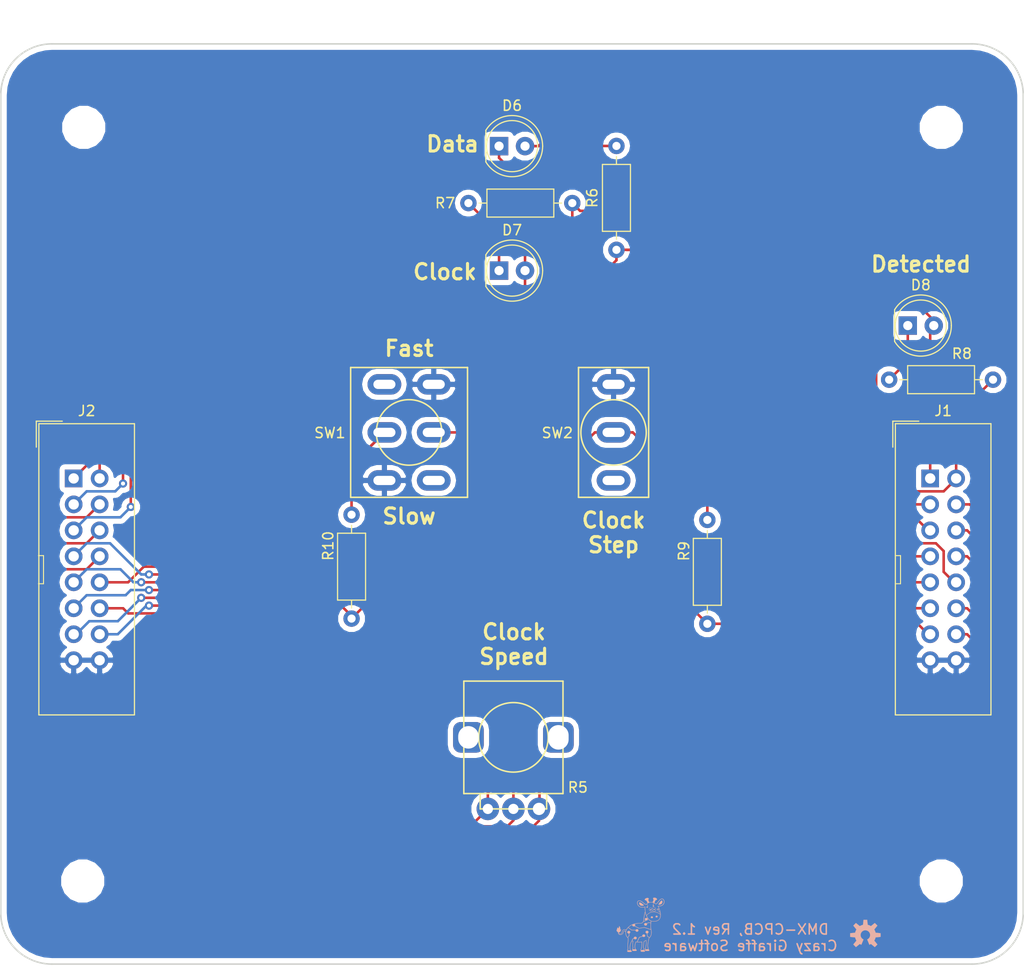
<source format=kicad_pcb>
(kicad_pcb (version 20171130) (host pcbnew "(5.0.0)")
  (title_block (title "DMX Demonstrator - Control-Pro Clock (DMX-CPCB)") (date 2022-09-06) (rev 1.2) (company "Crazy Giraffe Software") (comment 2 "Designed by: SparkyBobo") (comment 3 https://creativecommons.org/licenses/by-sa/4.0/) (comment 4 "Released under the Creative Commons Attribution Share-Alike 4.0m License"))
  (layers (0 F.Cu signal) (31 B.Cu signal) (34 B.Paste user hide) (35 F.Paste user hide) (36 B.SilkS user) (37 F.SilkS user) (38 B.Mask user hide) (39 F.Mask user hide) (44 Edge.Cuts user))
  (net 0 "")
  (net 1 GND)
  (net 2 +5V)
  (net 3 "Net-(SW2-Pad1)")
  (net 4 "Net-(D7-Pad1)")
  (net 5 "Net-(D6-Pad1)")
  (net 6 "Net-(R10-Pad2)")
  (net 7 "Net-(D8-Pad1)")
  (net 8 "Net-(R9-Pad2)")
  (net 9 "Net-(SW1-Pad1)")
  (net 10 "Net-(SW1-Pad6)")
  (net 11 /STEP)
  (net 12 /ADJ_1)
  (net 13 /ADJ_2)
  (net 14 /ADJ_3)
  (net 15 /FAST)
  (net 16 /SLOW)
  (net 17 /ACTIVE)
  (net 18 /CLOCK)
  (net 19 /DATA)
  (net 20 /DIM1)
  (net 21 /DIM2)
  (net 22 /DIM3)
  (net 23 /DIM4)
  (module Connector_IDC:IDC-Header_2x08_P2.54mm_Vertical (layer F.Cu) (at 94.234 91.192)
    (fp_text reference J2 (at 1.27 -6.604) (layer F.SilkS))
    (fp_text value INPUT)
    (pad 16 thru_hole oval (at 2.54 17.78) (size 1.7272 1.7272) (drill 1.016) (layers *.Cu *.Mask) (net 1 GND))
    (pad 15 thru_hole oval (at 0 17.78) (size 1.7272 1.7272) (drill 1.016) (layers *.Cu *.Mask) (net 1 GND))
    (pad 14 thru_hole oval (at 2.54 15.24) (size 1.7272 1.7272) (drill 1.016) (layers *.Cu *.Mask) (net 15 /FAST))
    (pad 13 thru_hole oval (at 0 15.24) (size 1.7272 1.7272) (drill 1.016) (layers *.Cu *.Mask) (net 23 /DIM4))
    (pad 12 thru_hole oval (at 2.54 12.7) (size 1.7272 1.7272) (drill 1.016) (layers *.Cu *.Mask) (net 16 /SLOW))
    (pad 11 thru_hole oval (at 0 12.7) (size 1.7272 1.7272) (drill 1.016) (layers *.Cu *.Mask) (net 22 /DIM3))
    (pad 10 thru_hole oval (at 2.54 10.16) (size 1.7272 1.7272) (drill 1.016) (layers *.Cu *.Mask) (net 11 /STEP))
    (pad 9 thru_hole oval (at 0 10.16) (size 1.7272 1.7272) (drill 1.016) (layers *.Cu *.Mask) (net 21 /DIM2))
    (pad 8 thru_hole oval (at 2.54 7.62) (size 1.7272 1.7272) (drill 1.016) (layers *.Cu *.Mask) (net 12 /ADJ_1))
    (pad 7 thru_hole oval (at 0 7.62) (size 1.7272 1.7272) (drill 1.016) (layers *.Cu *.Mask) (net 20 /DIM1))
    (pad 6 thru_hole oval (at 2.54 5.08) (size 1.7272 1.7272) (drill 1.016) (layers *.Cu *.Mask) (net 13 /ADJ_2))
    (pad 5 thru_hole oval (at 0 5.08) (size 1.7272 1.7272) (drill 1.016) (layers *.Cu *.Mask) (net 19 /DATA))
    (pad 4 thru_hole oval (at 2.54 2.54) (size 1.7272 1.7272) (drill 1.016) (layers *.Cu *.Mask) (net 14 /ADJ_3))
    (pad 3 thru_hole oval (at 0 2.54) (size 1.7272 1.7272) (drill 1.016) (layers *.Cu *.Mask) (net 18 /CLOCK))
    (pad 2 thru_hole oval (at 2.54 0) (size 1.7272 1.7272) (drill 1.016) (layers *.Cu *.Mask) (net 17 /ACTIVE))
    (pad 1 thru_hole rect (at 0 0) (size 1.7272 1.7272) (drill 1.016) (layers *.Cu *.Mask) (net 2 +5V))
  )
  (module Resistor_THT:R_Axial_DIN0207_L6.3mm_D2.5mm_P10.16mm_Horizontal (layer F.Cu) (at 156.21 105.41 90)
    (fp_text reference R9 (at 7.112 -2.286 90) (layer F.SilkS))
    (fp_text value 330)
    (pad 1 thru_hole circle (at 0 0 90) (size 1.6 1.6) (drill 0.8) (layers *.Cu *.Mask) (net 16 /SLOW))
    (pad 2 thru_hole oval (at 10.16 0 90) (size 1.6 1.6) (drill 0.8) (layers *.Cu *.Mask) (net 8 "Net-(R9-Pad2)"))
  )
  (module footprints:BOURNS_PTV09A_1 (layer F.Cu) (at 137.242 116.516)
    (fp_text reference R5 (at 6.3 4.9) (layer F.SilkS))
    (fp_text value 10k)
    (pad 1 thru_hole circle (at -2.5 7) (size 2.2 2.2) (drill 1) (layers *.Cu *.Mask) (net 12 /ADJ_1))
    (pad 2 thru_hole circle (at 0 7) (size 2.2 2.2) (drill 1) (layers *.Cu *.Mask) (net 13 /ADJ_2))
    (pad 3 thru_hole circle (at 2.5 7) (size 2.2 2.2) (drill 1.2) (layers *.Cu *.Mask) (net 14 /ADJ_3))
    (pad 4 thru_hole roundrect (at -4.4 0) (size 3 3) (drill oval 2 2.2) (layers *.Cu *.Mask))
    (pad 5 thru_hole roundrect (at 4.4 0) (size 3 3) (drill oval 2 2.4) (layers *.Cu *.Mask))
  )
  (module footprints:ESWITCH_100_DPDT_M1 (layer F.Cu) (at 127.038 86.692 180)
    (fp_text reference SW1 (at 7.75 -0.05 180) (layer F.SilkS))
    (fp_text value CLOCK_SPEED)
    (pad 1 thru_hole oval (at -2.413 -4.699 180) (size 3.302 2) (drill oval 2.159 0.9) (layers *.Cu *.Mask) (net 9 "Net-(SW1-Pad1)"))
    (pad 2 thru_hole oval (at -2.413 0 180) (size 3.302 2) (drill oval 2.159 0.9) (layers *.Cu *.Mask) (net 8 "Net-(R9-Pad2)"))
    (pad 3 thru_hole oval (at -2.413 4.699 180) (size 3.302 2) (drill oval 2.159 0.9) (layers *.Cu *.Mask) (net 1 GND))
    (pad 4 thru_hole oval (at 2.413 -4.699 180) (size 3.302 2) (drill oval 2.159 0.9) (layers *.Cu *.Mask) (net 1 GND))
    (pad 5 thru_hole oval (at 2.413 0 180) (size 3.302 2) (drill oval 2.159 0.9) (layers *.Cu *.Mask) (net 6 "Net-(R10-Pad2)"))
    (pad 6 thru_hole oval (at 2.413 4.699 180) (size 3.302 2) (drill oval 2.159 0.9) (layers *.Cu *.Mask) (net 10 "Net-(SW1-Pad6)"))
  )
  (module footprints:ESWITCH_100_SPDT_M1 (layer F.Cu) (at 147.038 86.692 180)
    (fp_text reference SW2 (at 5.5 -0.05 180) (layer F.SilkS))
    (fp_text value CLOCK_STEP)
    (pad 1 thru_hole oval (at 0 -4.699 180) (size 3.302 2) (drill oval 2.159 0.9) (layers *.Cu *.Mask) (net 3 "Net-(SW2-Pad1)"))
    (pad 2 thru_hole oval (at 0 0 180) (size 3.302 2) (drill oval 2.159 0.9) (layers *.Cu *.Mask) (net 11 /STEP))
    (pad 3 thru_hole oval (at 0 4.699 180) (size 3.302 2) (drill oval 2.159 0.9) (layers *.Cu *.Mask) (net 1 GND))
  )
  (module Connector_IDC:IDC-Header_2x08_P2.54mm_Vertical (layer F.Cu) (at 178.004 91.192)
    (fp_text reference J1 (at 1.27 -6.604) (layer F.SilkS))
    (fp_text value OUTPUT)
    (pad 1 thru_hole rect (at 0 0) (size 1.7272 1.7272) (drill 1.016) (layers *.Cu *.Mask) (net 2 +5V))
    (pad 2 thru_hole oval (at 2.54 0) (size 1.7272 1.7272) (drill 1.016) (layers *.Cu *.Mask) (net 17 /ACTIVE))
    (pad 3 thru_hole oval (at 0 2.54) (size 1.7272 1.7272) (drill 1.016) (layers *.Cu *.Mask) (net 18 /CLOCK))
    (pad 4 thru_hole oval (at 2.54 2.54) (size 1.7272 1.7272) (drill 1.016) (layers *.Cu *.Mask) (net 14 /ADJ_3))
    (pad 5 thru_hole oval (at 0 5.08) (size 1.7272 1.7272) (drill 1.016) (layers *.Cu *.Mask) (net 19 /DATA))
    (pad 6 thru_hole oval (at 2.54 5.08) (size 1.7272 1.7272) (drill 1.016) (layers *.Cu *.Mask) (net 13 /ADJ_2))
    (pad 7 thru_hole oval (at 0 7.62) (size 1.7272 1.7272) (drill 1.016) (layers *.Cu *.Mask) (net 20 /DIM1))
    (pad 8 thru_hole oval (at 2.54 7.62) (size 1.7272 1.7272) (drill 1.016) (layers *.Cu *.Mask) (net 12 /ADJ_1))
    (pad 9 thru_hole oval (at 0 10.16) (size 1.7272 1.7272) (drill 1.016) (layers *.Cu *.Mask) (net 21 /DIM2))
    (pad 10 thru_hole oval (at 2.54 10.16) (size 1.7272 1.7272) (drill 1.016) (layers *.Cu *.Mask) (net 11 /STEP))
    (pad 11 thru_hole oval (at 0 12.7) (size 1.7272 1.7272) (drill 1.016) (layers *.Cu *.Mask) (net 22 /DIM3))
    (pad 12 thru_hole oval (at 2.54 12.7) (size 1.7272 1.7272) (drill 1.016) (layers *.Cu *.Mask) (net 16 /SLOW))
    (pad 13 thru_hole oval (at 0 15.24) (size 1.7272 1.7272) (drill 1.016) (layers *.Cu *.Mask) (net 23 /DIM4))
    (pad 14 thru_hole oval (at 2.54 15.24) (size 1.7272 1.7272) (drill 1.016) (layers *.Cu *.Mask) (net 15 /FAST))
    (pad 15 thru_hole oval (at 0 17.78) (size 1.7272 1.7272) (drill 1.016) (layers *.Cu *.Mask) (net 1 GND))
    (pad 16 thru_hole oval (at 2.54 17.78) (size 1.7272 1.7272) (drill 1.016) (layers *.Cu *.Mask) (net 1 GND))
  )
  (module LED_THT:LED_D5.0mm (layer F.Cu) (at 175.814 76.242)
    (fp_text reference D8 (at 1.27 -3.96) (layer F.SilkS))
    (fp_text value ACTIVE)
    (pad 2 thru_hole circle (at 2.54 0) (size 1.8 1.8) (drill 0.9) (layers *.Cu *.Mask) (net 2 +5V))
    (pad 1 thru_hole rect (at 0 0) (size 1.8 1.8) (drill 0.9) (layers *.Cu *.Mask) (net 7 "Net-(D8-Pad1)"))
  )
  (module Resistor_THT:R_Axial_DIN0207_L6.3mm_D2.5mm_P10.16mm_Horizontal (layer F.Cu) (at 184.15 81.534 180)
    (fp_text reference R8 (at 3.048 2.54 180) (layer F.SilkS))
    (fp_text value 330)
    (pad 2 thru_hole oval (at 10.16 0 180) (size 1.6 1.6) (drill 0.8) (layers *.Cu *.Mask) (net 7 "Net-(D8-Pad1)"))
    (pad 1 thru_hole circle (at 0 0 180) (size 1.6 1.6) (drill 0.8) (layers *.Cu *.Mask) (net 17 /ACTIVE))
  )
  (module Resistor_THT:R_Axial_DIN0207_L6.3mm_D2.5mm_P10.16mm_Horizontal (layer F.Cu) (at 143.002 64.262 180)
    (fp_text reference R7 (at 12.446 0 180) (layer F.SilkS))
    (fp_text value 330)
    (pad 1 thru_hole circle (at 0 0 180) (size 1.6 1.6) (drill 0.8) (layers *.Cu *.Mask) (net 18 /CLOCK))
    (pad 2 thru_hole oval (at 10.16 0 180) (size 1.6 1.6) (drill 0.8) (layers *.Cu *.Mask) (net 4 "Net-(D7-Pad1)"))
  )
  (module Resistor_THT:R_Axial_DIN0207_L6.3mm_D2.5mm_P10.16mm_Horizontal (layer F.Cu) (at 147.32 68.834 90)
    (fp_text reference R6 (at 5.08 -2.37 90) (layer F.SilkS))
    (fp_text value 330)
    (pad 2 thru_hole oval (at 10.16 0 90) (size 1.6 1.6) (drill 0.8) (layers *.Cu *.Mask) (net 5 "Net-(D6-Pad1)"))
    (pad 1 thru_hole circle (at 0 0 90) (size 1.6 1.6) (drill 0.8) (layers *.Cu *.Mask) (net 19 /DATA))
  )
  (module Resistor_THT:R_Axial_DIN0207_L6.3mm_D2.5mm_P10.16mm_Horizontal (layer F.Cu) (at 121.412 104.902 90)
    (fp_text reference R10 (at 7.112 -2.286 90) (layer F.SilkS))
    (fp_text value 330)
    (pad 1 thru_hole circle (at 0 0 90) (size 1.6 1.6) (drill 0.8) (layers *.Cu *.Mask) (net 15 /FAST))
    (pad 2 thru_hole oval (at 10.16 0 90) (size 1.6 1.6) (drill 0.8) (layers *.Cu *.Mask) (net 6 "Net-(R10-Pad2)"))
  )
  (module LED_THT:LED_D5.0mm (layer F.Cu) (at 135.838 58.692)
    (fp_text reference D6 (at 1.27 -3.96) (layer F.SilkS))
    (fp_text value DATA)
    (pad 1 thru_hole rect (at 0 0) (size 1.8 1.8) (drill 0.9) (layers *.Cu *.Mask) (net 5 "Net-(D6-Pad1)"))
    (pad 2 thru_hole circle (at 2.54 0) (size 1.8 1.8) (drill 0.9) (layers *.Cu *.Mask) (net 2 +5V))
  )
  (module LED_THT:LED_D5.0mm (layer F.Cu) (at 135.838 70.866)
    (fp_text reference D7 (at 1.27 -3.96) (layer F.SilkS))
    (fp_text value CLOCK)
    (pad 2 thru_hole circle (at 2.54 0) (size 1.8 1.8) (drill 0.9) (layers *.Cu *.Mask) (net 2 +5V))
    (pad 1 thru_hole rect (at 0 0) (size 1.8 1.8) (drill 0.9) (layers *.Cu *.Mask) (net 4 "Net-(D7-Pad1)"))
  )
  (module MountingHole:MountingHole_3.2mm_M3 (layer F.Cu) (at 179.088 130.566)
    (fp_text reference MH4 hide)
    (fp_text value MountingHole)
    (pad 1 np_thru_hole circle (at 0 0) (size 3.2 3.2) (drill 3.2) (layers *.Cu *.Mask))
  )
  (module MountingHole:MountingHole_3.2mm_M3 (layer F.Cu) (at 179.088 56.856)
    (fp_text reference MH3 hide)
    (fp_text value MountingHole)
    (pad 1 np_thru_hole circle (at 0 0) (size 3.2 3.2) (drill 3.2) (layers *.Cu *.Mask))
  )
  (module MountingHole:MountingHole_3.2mm_M3 (layer F.Cu) (at 95.118 130.566)
    (fp_text reference MH2 hide)
    (fp_text value MountingHole)
    (pad "" np_thru_hole circle (at 0 0) (size 3.2 3.2) (drill 3.2) (layers *.Cu *.Mask))
  )
  (module MountingHole:MountingHole_3.2mm_M3 (layer F.Cu) (at 95.218 56.856)
    (fp_text reference MH1 hide)
    (fp_text value MountingHole)
    (pad "" np_thru_hole circle (at 0 0) (size 3.2 3.2) (drill 3.2) (layers *.Cu *.Mask))
  )
  (module Aesthetics:OSHW-LOGO-S (layer B.Cu) (at 171.664 135.852 180)
    (fp_text reference "" (at 0 0 180) (layer B.SilkS) (effects (font (size 1.524 1.524)) (justify mirror)))
    (fp_text value "" (at 0 0 180) (layer B.SilkS) (effects (font (size 1.524 1.524)) (justify mirror)))
  )
  (module footprints:logo_cr_5x5 (layer B.Cu) (at 149.664 134.852 180)
    (fp_text reference G*** hide)
    (fp_text value LOGO hide)
  )
  (gr_line (start 90.784 98.742) (end 91.284 98.742) (layer F.SilkS) (width 0.1))
  (gr_line (start 91.284 101.492) (end 90.784 101.492) (layer F.SilkS) (width 0.1))
  (gr_line (start 91.284 98.742) (end 91.284 101.492) (layer F.SilkS) (width 0.1))
  (gr_line (start 187.104 133.692) (end 187.104 53.692) (layer Edge.Cuts) (width 0.1524))
  (gr_line (start 92.104 138.692) (end 182.104 138.692) (layer Edge.Cuts) (width 0.1524))
  (gr_line (start 87.104 53.692) (end 87.104 133.692) (layer Edge.Cuts) (width 0.1524))
  (gr_line (start 182.104 48.692) (end 92.104 48.692) (layer Edge.Cuts) (width 0.1524))
  (gr_arc (start 92.104 133.692) (end 87.104 133.692) (angle -90) (layer Edge.Cuts) (width 0.1524))
  (gr_arc (start 92.104 53.692) (end 92.104 48.692) (angle -90) (layer Edge.Cuts) (width 0.1524))
  (gr_arc (start 182.104 53.692) (end 187.104 53.692) (angle -90) (layer Edge.Cuts) (width 0.1524))
  (gr_arc (start 182.104 133.692) (end 182.104 138.692) (angle -90) (layer Edge.Cuts) (width 0.1524))
  (gr_text Detected (at 177.104 70.242) (layer F.SilkS) (effects (font (size 1.5 1.5) (thickness 0.3))))
  (gr_text Data (at 131.288 58.492) (layer F.SilkS) (effects (font (size 1.5 1.5) (thickness 0.3))))
  (gr_text Clock (at 130.538 70.992) (layer F.SilkS) (effects (font (size 1.5 1.5) (thickness 0.3))))
  (gr_text "Clock\nSpeed" (at 137.292 107.416) (layer F.SilkS) (effects (font (size 1.5 1.5) (thickness 0.3))))
  (gr_line (start 175.104 101.492) (end 174.604 101.492) (layer F.SilkS) (width 0.1))
  (gr_line (start 175.104 98.742) (end 175.104 101.492) (layer F.SilkS) (width 0.1))
  (gr_line (start 174.604 98.742) (end 175.104 98.742) (layer F.SilkS) (width 0.1))
  (gr_text "DMX-CPCB, Rev 1.2\nCrazy Giraffe Software" (at 160.414 136.102) (layer B.SilkS) (effects (font (size 1 1)) (justify mirror)))
  (gr_text Fast (at 127.038 78.486) (layer F.SilkS) (effects (font (size 1.5 1.5) (thickness 0.3))))
  (gr_text Slow (at 127.038 94.892) (layer F.SilkS) (effects (font (size 1.5 1.5) (thickness 0.3))))
  (gr_text "Clock\nStep" (at 147.038 96.492) (layer F.SilkS) (effects (font (size 1.5 1.5) (thickness 0.3))))
  (segment (start 177.604 90.792) (end 178.004 91.192) (width 0.25) (layer F.Cu) (net 2))
  (segment (start 138.378 58.692) (end 138.438 58.632) (width 0.25) (layer F.Cu) (net 2))
  (segment (start 178.004 76.592) (end 178.354 76.242) (width 0.25) (layer F.Cu) (net 2))
  (segment (start 178.004 91.192) (end 178.004 76.592) (width 0.25) (layer F.Cu) (net 2))
  (segment (start 138.378 72.696) (end 138.378 70.866) (width 0.25) (layer F.Cu) (net 2))
  (segment (start 94.234 91.186) (end 100.076 85.344) (width 0.25) (layer F.Cu) (net 2))
  (segment (start 94.234 91.192) (end 94.234 91.186) (width 0.25) (layer F.Cu) (net 2))
  (segment (start 100.076 85.344) (end 100.076 76.2) (width 0.25) (layer F.Cu) (net 2))
  (segment (start 100.076 76.2) (end 101.854 74.422) (width 0.25) (layer F.Cu) (net 2))
  (segment (start 101.854 74.422) (end 136.652 74.422) (width 0.25) (layer F.Cu) (net 2))
  (segment (start 136.652 74.422) (end 138.378 72.696) (width 0.25) (layer F.Cu) (net 2))
  (segment (start 138.378 70.866) (end 138.378 65.988) (width 0.25) (layer F.Cu) (net 2))
  (segment (start 178.354 75.738) (end 178.354 76.242) (width 0.25) (layer F.Cu) (net 2))
  (segment (start 138.378 63.552) (end 141.224 60.706) (width 0.25) (layer F.Cu) (net 2))
  (segment (start 138.378 65.988) (end 138.378 63.552) (width 0.25) (layer F.Cu) (net 2))
  (segment (start 159.766 60.706) (end 172.974 73.914) (width 0.25) (layer F.Cu) (net 2))
  (segment (start 141.224 60.706) (end 159.766 60.706) (width 0.25) (layer F.Cu) (net 2))
  (segment (start 172.974 73.914) (end 176.53 73.914) (width 0.25) (layer F.Cu) (net 2))
  (segment (start 176.53 73.914) (end 178.354 75.738) (width 0.25) (layer F.Cu) (net 2))
  (segment (start 138.378 58.692) (end 139.682 58.692) (width 0.25) (layer F.Cu) (net 2))
  (segment (start 139.682 58.692) (end 141.224 57.15) (width 0.25) (layer F.Cu) (net 2))
  (segment (start 156.21 57.15) (end 159.766 60.706) (width 0.25) (layer F.Cu) (net 2))
  (segment (start 141.224 57.15) (end 156.21 57.15) (width 0.25) (layer F.Cu) (net 2))
  (segment (start 135.838 67.258) (end 132.842 64.262) (width 0.25) (layer F.Cu) (net 4))
  (segment (start 135.838 70.866) (end 135.838 67.258) (width 0.25) (layer F.Cu) (net 4))
  (segment (start 135.838 59.842) (end 135.838 58.692) (width 0.25) (layer F.Cu) (net 5))
  (segment (start 136.448 60.452) (end 135.838 59.842) (width 0.25) (layer F.Cu) (net 5))
  (segment (start 140.208 60.452) (end 136.448 60.452) (width 0.25) (layer F.Cu) (net 5))
  (segment (start 147.32 58.674) (end 141.986 58.674) (width 0.25) (layer F.Cu) (net 5))
  (segment (start 141.986 58.674) (end 140.208 60.452) (width 0.25) (layer F.Cu) (net 5))
  (segment (start 121.438 89.879) (end 124.625 86.692) (width 0.25) (layer F.Cu) (net 6))
  (segment (start 121.412 89.905) (end 124.625 86.692) (width 0.25) (layer F.Cu) (net 6))
  (segment (start 121.412 94.742) (end 121.412 89.905) (width 0.25) (layer F.Cu) (net 6))
  (segment (start 175.814 79.71) (end 173.99 81.534) (width 0.25) (layer F.Cu) (net 7))
  (segment (start 175.814 76.242) (end 175.814 79.71) (width 0.25) (layer F.Cu) (net 7))
  (segment (start 156.21 95.25) (end 156.21 82.042) (width 0.25) (layer F.Cu) (net 8))
  (segment (start 156.21 82.042) (end 153.924 79.756) (width 0.25) (layer F.Cu) (net 8))
  (segment (start 153.924 79.756) (end 139.446 79.756) (width 0.25) (layer F.Cu) (net 8))
  (segment (start 132.51 86.692) (end 129.451 86.692) (width 0.25) (layer F.Cu) (net 8))
  (segment (start 139.446 79.756) (end 132.51 86.692) (width 0.25) (layer F.Cu) (net 8))
  (segment (start 148.922 86.692) (end 147.038 86.692) (width 0.25) (layer F.Cu) (net 11))
  (segment (start 151.13 88.9) (end 148.922 86.692) (width 0.25) (layer F.Cu) (net 11))
  (segment (start 151.13 93.726) (end 151.13 88.9) (width 0.25) (layer F.Cu) (net 11))
  (segment (start 179.324 100.33) (end 179.324 98.298) (width 0.25) (layer F.Cu) (net 11))
  (segment (start 179.324 98.298) (end 178.562 97.536) (width 0.25) (layer F.Cu) (net 11))
  (segment (start 180.544 101.352) (end 180.346 101.352) (width 0.25) (layer F.Cu) (net 11))
  (segment (start 178.562 97.536) (end 154.94 97.536) (width 0.25) (layer F.Cu) (net 11))
  (segment (start 180.346 101.352) (end 179.324 100.33) (width 0.25) (layer F.Cu) (net 11))
  (segment (start 154.94 97.536) (end 151.13 93.726) (width 0.25) (layer F.Cu) (net 11))
  (segment (start 145.21 86.692) (end 147.038 86.692) (width 0.25) (layer F.Cu) (net 11))
  (segment (start 99.562 101.352) (end 101.092 99.822) (width 0.25) (layer F.Cu) (net 11))
  (segment (start 96.774 101.352) (end 99.562 101.352) (width 0.25) (layer F.Cu) (net 11))
  (segment (start 101.092 99.822) (end 136.906 99.822) (width 0.25) (layer F.Cu) (net 11))
  (segment (start 136.906 99.822) (end 143.002 93.726) (width 0.25) (layer F.Cu) (net 11))
  (segment (start 143.002 93.726) (end 143.002 88.9) (width 0.25) (layer F.Cu) (net 11))
  (segment (start 143.002 88.9) (end 145.21 86.692) (width 0.25) (layer F.Cu) (net 11))
  (segment (start 134.742 121.960366) (end 134.742 123.516) (width 0.25) (layer F.Cu) (net 12))
  (segment (start 136.536366 120.166) (end 134.742 121.960366) (width 0.25) (layer F.Cu) (net 12))
  (segment (start 136.536366 115.431634) (end 136.536366 120.166) (width 0.25) (layer F.Cu) (net 12))
  (segment (start 181.616 98.812) (end 183.134 100.33) (width 0.25) (layer F.Cu) (net 12))
  (segment (start 180.544 98.812) (end 181.616 98.812) (width 0.25) (layer F.Cu) (net 12))
  (segment (start 183.134 100.33) (end 183.134 110.49) (width 0.25) (layer F.Cu) (net 12))
  (segment (start 183.134 110.49) (end 182.118 111.506) (width 0.25) (layer F.Cu) (net 12))
  (segment (start 182.118 111.506) (end 140.462 111.506) (width 0.25) (layer F.Cu) (net 12))
  (segment (start 140.462 111.506) (end 136.536366 115.431634) (width 0.25) (layer F.Cu) (net 12))
  (segment (start 131.572 124.714) (end 133.544 124.714) (width 0.25) (layer F.Cu) (net 12))
  (segment (start 93.726 112.776) (end 119.634 112.776) (width 0.25) (layer F.Cu) (net 12))
  (segment (start 96.768 98.812) (end 95.504 100.076) (width 0.25) (layer F.Cu) (net 12))
  (segment (start 96.774 98.812) (end 96.768 98.812) (width 0.25) (layer F.Cu) (net 12))
  (segment (start 133.544 124.714) (end 134.742 123.516) (width 0.25) (layer F.Cu) (net 12))
  (segment (start 95.504 100.076) (end 93.218 100.076) (width 0.25) (layer F.Cu) (net 12))
  (segment (start 93.218 100.076) (end 92.202 101.092) (width 0.25) (layer F.Cu) (net 12))
  (segment (start 119.634 112.776) (end 131.572 124.714) (width 0.25) (layer F.Cu) (net 12))
  (segment (start 92.202 101.092) (end 92.202 111.252) (width 0.25) (layer F.Cu) (net 12))
  (segment (start 92.202 111.252) (end 93.726 112.776) (width 0.25) (layer F.Cu) (net 12))
  (segment (start 181.616 96.272) (end 182.118 96.774) (width 0.25) (layer F.Cu) (net 13))
  (segment (start 180.544 96.272) (end 181.616 96.272) (width 0.25) (layer F.Cu) (net 13))
  (segment (start 182.118 96.774) (end 181.83 96.486) (width 0.25) (layer F.Cu) (net 13))
  (segment (start 137.242 123.516) (end 137.242 115.742) (width 0.25) (layer F.Cu) (net 13))
  (segment (start 140.97 112.014) (end 138.938 114.046) (width 0.25) (layer F.Cu) (net 13))
  (segment (start 138.938 114.046) (end 139.226 113.758) (width 0.25) (layer F.Cu) (net 13))
  (segment (start 183.642 98.298) (end 183.642 110.744) (width 0.25) (layer F.Cu) (net 13))
  (segment (start 182.118 96.774) (end 183.642 98.298) (width 0.25) (layer F.Cu) (net 13))
  (segment (start 183.642 110.744) (end 182.372 112.014) (width 0.25) (layer F.Cu) (net 13))
  (segment (start 137.242 115.742) (end 138.938 114.046) (width 0.25) (layer F.Cu) (net 13))
  (segment (start 182.372 112.014) (end 140.97 112.014) (width 0.25) (layer F.Cu) (net 13))
  (segment (start 137.242 124.632) (end 137.242 123.516) (width 0.25) (layer F.Cu) (net 13))
  (segment (start 131.318 125.222) (end 136.652 125.222) (width 0.25) (layer F.Cu) (net 13))
  (segment (start 119.38 113.284) (end 131.318 125.222) (width 0.25) (layer F.Cu) (net 13))
  (segment (start 93.218 113.284) (end 119.38 113.284) (width 0.25) (layer F.Cu) (net 13))
  (segment (start 96.768 96.272) (end 95.504 97.536) (width 0.25) (layer F.Cu) (net 13))
  (segment (start 96.774 96.272) (end 96.768 96.272) (width 0.25) (layer F.Cu) (net 13))
  (segment (start 95.504 97.536) (end 93.218 97.536) (width 0.25) (layer F.Cu) (net 13))
  (segment (start 93.218 97.536) (end 91.694 99.06) (width 0.25) (layer F.Cu) (net 13))
  (segment (start 136.652 125.222) (end 137.242 124.632) (width 0.25) (layer F.Cu) (net 13))
  (segment (start 91.694 99.06) (end 91.694 111.76) (width 0.25) (layer F.Cu) (net 13))
  (segment (start 91.694 111.76) (end 93.218 113.284) (width 0.25) (layer F.Cu) (net 13))
  (segment (start 180.584 93.692) (end 180.544 93.732) (width 0.25) (layer F.Cu) (net 14))
  (segment (start 139.792 123.466) (end 139.742 123.516) (width 0.25) (layer F.Cu) (net 14))
  (segment (start 139.792 121.916) (end 139.792 123.466) (width 0.25) (layer F.Cu) (net 14))
  (segment (start 138.042 120.166) (end 139.792 121.916) (width 0.25) (layer F.Cu) (net 14))
  (segment (start 138.042 115.704) (end 138.042 120.166) (width 0.25) (layer F.Cu) (net 14))
  (segment (start 141.224 112.522) (end 139.446 114.3) (width 0.25) (layer F.Cu) (net 14))
  (segment (start 139.446 114.3) (end 138.042 115.704) (width 0.25) (layer F.Cu) (net 14))
  (segment (start 139.714 114.032) (end 139.446 114.3) (width 0.25) (layer F.Cu) (net 14))
  (segment (start 182.626 112.522) (end 141.224 112.522) (width 0.25) (layer F.Cu) (net 14))
  (segment (start 180.544 93.732) (end 181.87 93.732) (width 0.25) (layer F.Cu) (net 14))
  (segment (start 181.87 93.732) (end 184.15 96.012) (width 0.25) (layer F.Cu) (net 14))
  (segment (start 184.15 96.012) (end 184.15 110.998) (width 0.25) (layer F.Cu) (net 14))
  (segment (start 184.15 110.998) (end 182.626 112.522) (width 0.25) (layer F.Cu) (net 14))
  (segment (start 138.684 125.73) (end 139.742 124.672) (width 0.25) (layer F.Cu) (net 14))
  (segment (start 131.064 125.73) (end 138.684 125.73) (width 0.25) (layer F.Cu) (net 14))
  (segment (start 119.126 113.792) (end 131.064 125.73) (width 0.25) (layer F.Cu) (net 14))
  (segment (start 92.71 113.792) (end 119.126 113.792) (width 0.25) (layer F.Cu) (net 14))
  (segment (start 96.768 93.732) (end 95.504 94.996) (width 0.25) (layer F.Cu) (net 14))
  (segment (start 139.742 124.672) (end 139.742 123.516) (width 0.25) (layer F.Cu) (net 14))
  (segment (start 96.774 93.732) (end 96.768 93.732) (width 0.25) (layer F.Cu) (net 14))
  (segment (start 93.218 94.996) (end 91.186 97.028) (width 0.25) (layer F.Cu) (net 14))
  (segment (start 95.504 94.996) (end 93.218 94.996) (width 0.25) (layer F.Cu) (net 14))
  (segment (start 91.186 97.028) (end 91.186 112.268) (width 0.25) (layer F.Cu) (net 14))
  (segment (start 91.186 112.268) (end 92.71 113.792) (width 0.25) (layer F.Cu) (net 14))
  (segment (start 122.682 103.632) (end 121.412 104.902) (width 0.25) (layer F.Cu) (net 15))
  (segment (start 180.544 106.432) (end 181.616 106.432) (width 0.25) (layer F.Cu) (net 15))
  (segment (start 182.118 109.982) (end 181.61 110.49) (width 0.25) (layer F.Cu) (net 15))
  (segment (start 170.434 103.632) (end 122.682 103.632) (width 0.25) (layer F.Cu) (net 15))
  (segment (start 182.118 106.934) (end 182.118 109.982) (width 0.25) (layer F.Cu) (net 15))
  (segment (start 181.61 110.49) (end 177.292 110.49) (width 0.25) (layer F.Cu) (net 15))
  (segment (start 181.616 106.432) (end 182.118 106.934) (width 0.25) (layer F.Cu) (net 15))
  (segment (start 177.292 110.49) (end 170.434 103.632) (width 0.25) (layer F.Cu) (net 15))
  (segment (start 121.412 104.902) (end 121.412 104.648) (width 0.25) (layer F.Cu) (net 15))
  (segment (start 121.412 104.648) (end 120.396 103.632) (width 0.25) (layer F.Cu) (net 15))
  (segment (start 120.396 103.632) (end 102.616 103.632) (width 0.25) (layer F.Cu) (net 15))
  (segment (start 102.616 103.632) (end 101.6 103.632) (width 0.25) (layer F.Cu) (net 15))
  (via (at 101.6 103.632) (size 0.8) (drill 0.4) (layers F.Cu B.Cu) (net 15))
  (segment (start 98.546 106.432) (end 96.774 106.432) (width 0.25) (layer B.Cu) (net 15))
  (segment (start 101.6 103.632) (end 101.346 103.632) (width 0.25) (layer B.Cu) (net 15))
  (segment (start 101.346 103.632) (end 98.546 106.432) (width 0.25) (layer B.Cu) (net 15))
  (segment (start 182.626 110.236) (end 181.864 110.998) (width 0.25) (layer F.Cu) (net 16))
  (segment (start 182.626 104.902) (end 182.626 110.236) (width 0.25) (layer F.Cu) (net 16))
  (segment (start 180.544 103.892) (end 181.616 103.892) (width 0.25) (layer F.Cu) (net 16))
  (segment (start 181.616 103.892) (end 182.626 104.902) (width 0.25) (layer F.Cu) (net 16))
  (segment (start 171.196 105.41) (end 176.784 110.998) (width 0.25) (layer F.Cu) (net 16))
  (segment (start 156.21 105.41) (end 171.196 105.41) (width 0.25) (layer F.Cu) (net 16))
  (segment (start 181.864 110.998) (end 176.784 110.998) (width 0.25) (layer F.Cu) (net 16))
  (segment (start 155.194 104.394) (end 156.21 105.41) (width 0.25) (layer F.Cu) (net 16))
  (segment (start 124.206 104.394) (end 155.194 104.394) (width 0.25) (layer F.Cu) (net 16))
  (segment (start 99.066 103.892) (end 99.568 104.394) (width 0.25) (layer F.Cu) (net 16))
  (segment (start 96.774 103.892) (end 99.066 103.892) (width 0.25) (layer F.Cu) (net 16))
  (segment (start 118.618 104.394) (end 120.65 106.426) (width 0.25) (layer F.Cu) (net 16))
  (segment (start 120.65 106.426) (end 122.174 106.426) (width 0.25) (layer F.Cu) (net 16))
  (segment (start 99.568 104.394) (end 118.618 104.394) (width 0.25) (layer F.Cu) (net 16))
  (segment (start 122.174 106.426) (end 124.206 104.394) (width 0.25) (layer F.Cu) (net 16))
  (segment (start 180.544 85.14) (end 184.15 81.534) (width 0.25) (layer F.Cu) (net 17))
  (segment (start 180.544 91.192) (end 180.544 85.14) (width 0.25) (layer F.Cu) (net 17))
  (segment (start 102.108 74.93) (end 103.378 74.93) (width 0.25) (layer F.Cu) (net 17))
  (segment (start 100.584 76.454) (end 102.108 74.93) (width 0.25) (layer F.Cu) (net 17))
  (segment (start 100.584 85.598) (end 100.584 76.454) (width 0.25) (layer F.Cu) (net 17))
  (segment (start 96.774 91.192) (end 96.774 89.408) (width 0.25) (layer F.Cu) (net 17))
  (segment (start 96.774 89.408) (end 100.584 85.598) (width 0.25) (layer F.Cu) (net 17))
  (segment (start 138.176 74.93) (end 103.38761 74.93) (width 0.25) (layer F.Cu) (net 17))
  (segment (start 140.462 62.992) (end 140.462 72.644) (width 0.25) (layer F.Cu) (net 17))
  (segment (start 141.224 62.23) (end 140.462 62.992) (width 0.25) (layer F.Cu) (net 17))
  (segment (start 160.528 62.23) (end 141.224 62.23) (width 0.25) (layer F.Cu) (net 17))
  (segment (start 180.544 91.236) (end 179.324 92.456) (width 0.25) (layer F.Cu) (net 17))
  (segment (start 180.544 91.192) (end 180.544 91.236) (width 0.25) (layer F.Cu) (net 17))
  (segment (start 140.462 72.644) (end 138.176 74.93) (width 0.25) (layer F.Cu) (net 17))
  (segment (start 179.324 92.456) (end 175.514 92.456) (width 0.25) (layer F.Cu) (net 17))
  (segment (start 175.514 92.456) (end 172.72 89.662) (width 0.25) (layer F.Cu) (net 17))
  (segment (start 172.72 89.662) (end 172.72 74.422) (width 0.25) (layer F.Cu) (net 17))
  (segment (start 172.72 74.422) (end 160.528 62.23) (width 0.25) (layer F.Cu) (net 17))
  (segment (start 98.298 92.456) (end 99.06 91.694) (width 0.25) (layer B.Cu) (net 18))
  (segment (start 95.504 92.456) (end 98.298 92.456) (width 0.25) (layer B.Cu) (net 18))
  (segment (start 94.234 93.732) (end 94.234 93.726) (width 0.25) (layer B.Cu) (net 18))
  (segment (start 94.234 93.726) (end 95.504 92.456) (width 0.25) (layer B.Cu) (net 18))
  (segment (start 99.06 87.884) (end 99.06 90.17) (width 0.25) (layer F.Cu) (net 18))
  (segment (start 143.002 73.152) (end 140.716 75.438) (width 0.25) (layer F.Cu) (net 18))
  (segment (start 143.002 64.262) (end 143.002 73.152) (width 0.25) (layer F.Cu) (net 18))
  (segment (start 140.716 75.438) (end 102.362 75.438) (width 0.25) (layer F.Cu) (net 18))
  (segment (start 102.362 75.438) (end 101.092 76.708) (width 0.25) (layer F.Cu) (net 18))
  (segment (start 101.092 76.708) (end 101.092 85.852) (width 0.25) (layer F.Cu) (net 18))
  (segment (start 101.092 85.852) (end 99.06 87.884) (width 0.25) (layer F.Cu) (net 18))
  (segment (start 99.06 91.694) (end 99.06 91.694) (width 0.25) (layer B.Cu) (net 18))
  (via (at 99.06 91.694) (size 0.8) (drill 0.4) (layers F.Cu B.Cu) (net 18))
  (segment (start 99.06 90.17) (end 99.06 91.694) (width 0.25) (layer F.Cu) (net 18))
  (segment (start 176.028 93.732) (end 178.004 93.732) (width 0.25) (layer F.Cu) (net 18))
  (segment (start 172.212 89.916) (end 176.028 93.732) (width 0.25) (layer F.Cu) (net 18))
  (segment (start 172.212 74.676) (end 172.212 89.916) (width 0.25) (layer F.Cu) (net 18))
  (segment (start 162.56 65.024) (end 172.212 74.676) (width 0.25) (layer F.Cu) (net 18))
  (segment (start 143.002 64.262) (end 143.764 65.024) (width 0.25) (layer F.Cu) (net 18))
  (segment (start 143.764 65.024) (end 162.56 65.024) (width 0.25) (layer F.Cu) (net 18))
  (segment (start 148.59 68.834) (end 148.336 68.834) (width 0.25) (layer F.Cu) (net 19))
  (segment (start 148.336 68.834) (end 147.32 68.834) (width 0.25) (layer F.Cu) (net 19))
  (segment (start 98.806 94.996) (end 99.822 93.98) (width 0.25) (layer B.Cu) (net 19))
  (segment (start 95.504 94.996) (end 98.806 94.996) (width 0.25) (layer B.Cu) (net 19))
  (segment (start 94.234 96.272) (end 94.234 96.266) (width 0.25) (layer B.Cu) (net 19))
  (segment (start 94.234 96.266) (end 95.504 94.996) (width 0.25) (layer B.Cu) (net 19))
  (segment (start 99.822 93.98) (end 99.822 93.98) (width 0.25) (layer F.Cu) (net 19))
  (via (at 99.822 93.98) (size 0.8) (drill 0.4) (layers F.Cu B.Cu) (net 19))
  (segment (start 99.822 87.884) (end 99.822 93.98) (width 0.25) (layer F.Cu) (net 19))
  (segment (start 147.32 69.85) (end 141.224 75.946) (width 0.25) (layer F.Cu) (net 19))
  (segment (start 147.32 68.834) (end 147.32 69.85) (width 0.25) (layer F.Cu) (net 19))
  (segment (start 141.224 75.946) (end 102.616 75.946) (width 0.25) (layer F.Cu) (net 19))
  (segment (start 102.616 75.946) (end 101.6 76.962) (width 0.25) (layer F.Cu) (net 19))
  (segment (start 101.6 76.962) (end 101.6 86.106) (width 0.25) (layer F.Cu) (net 19))
  (segment (start 101.6 86.106) (end 99.822 87.884) (width 0.25) (layer F.Cu) (net 19))
  (segment (start 165.608 68.834) (end 148.336 68.834) (width 0.25) (layer F.Cu) (net 19))
  (segment (start 171.704 74.93) (end 165.608 68.834) (width 0.25) (layer F.Cu) (net 19))
  (segment (start 171.704 90.17) (end 171.704 74.93) (width 0.25) (layer F.Cu) (net 19))
  (segment (start 178.004 96.292) (end 177.826 96.292) (width 0.25) (layer F.Cu) (net 19))
  (segment (start 177.826 96.292) (end 171.704 90.17) (width 0.25) (layer F.Cu) (net 19))
  (segment (start 95.504 97.536) (end 94.234 98.806) (width 0.25) (layer B.Cu) (net 20))
  (segment (start 94.234 98.806) (end 94.234 98.812) (width 0.25) (layer B.Cu) (net 20))
  (segment (start 97.79 97.536) (end 95.504 97.536) (width 0.25) (layer B.Cu) (net 20))
  (segment (start 100.838 100.584) (end 101.346 100.584) (width 0.25) (layer B.Cu) (net 20))
  (segment (start 100.838 100.584) (end 97.79 97.536) (width 0.25) (layer B.Cu) (net 20))
  (via (at 101.6 100.584) (size 0.8) (drill 0.4) (layers F.Cu B.Cu) (net 20))
  (segment (start 101.346 100.584) (end 101.6 100.584) (width 0.25) (layer B.Cu) (net 20))
  (segment (start 102.87 100.584) (end 101.6 100.584) (width 0.25) (layer F.Cu) (net 20))
  (segment (start 174.498 100.584) (end 102.87 100.584) (width 0.25) (layer F.Cu) (net 20))
  (segment (start 176.27 98.812) (end 174.498 100.584) (width 0.25) (layer F.Cu) (net 20))
  (segment (start 178.004 98.812) (end 176.27 98.812) (width 0.25) (layer F.Cu) (net 20))
  (segment (start 177.998 101.346) (end 178.004 101.352) (width 0.25) (layer F.Cu) (net 21))
  (segment (start 94.234 101.346) (end 94.234 101.352) (width 0.25) (layer B.Cu) (net 21))
  (segment (start 95.504 100.076) (end 94.234 101.346) (width 0.25) (layer B.Cu) (net 21))
  (segment (start 98.806 100.076) (end 95.504 100.076) (width 0.25) (layer B.Cu) (net 21))
  (segment (start 100.076 101.346) (end 98.806 100.076) (width 0.25) (layer B.Cu) (net 21))
  (segment (start 100.076 101.346) (end 100.838 101.346) (width 0.25) (layer B.Cu) (net 21))
  (via (at 100.838 101.346) (size 0.8) (drill 0.4) (layers F.Cu B.Cu) (net 21))
  (segment (start 100.844 101.352) (end 100.838 101.346) (width 0.25) (layer F.Cu) (net 21))
  (segment (start 178.004 101.352) (end 100.844 101.352) (width 0.25) (layer F.Cu) (net 21))
  (segment (start 94.234 103.886) (end 94.234 103.892) (width 0.25) (layer B.Cu) (net 22))
  (segment (start 95.504 102.616) (end 94.234 103.886) (width 0.25) (layer B.Cu) (net 22))
  (segment (start 99.314 102.616) (end 95.504 102.616) (width 0.25) (layer B.Cu) (net 22))
  (segment (start 177.998 103.886) (end 178.004 103.892) (width 0.25) (layer F.Cu) (net 22))
  (segment (start 176.276 103.886) (end 177.998 103.886) (width 0.25) (layer F.Cu) (net 22))
  (segment (start 174.498 102.108) (end 176.276 103.886) (width 0.25) (layer F.Cu) (net 22))
  (segment (start 102.616 102.108) (end 174.498 102.108) (width 0.25) (layer F.Cu) (net 22))
  (segment (start 102.616 102.108) (end 101.6 102.108) (width 0.25) (layer F.Cu) (net 22))
  (via (at 101.6 102.108) (size 0.8) (drill 0.4) (layers F.Cu B.Cu) (net 22))
  (segment (start 99.822 102.108) (end 99.314 102.616) (width 0.25) (layer B.Cu) (net 22))
  (segment (start 101.6 102.108) (end 99.822 102.108) (width 0.25) (layer B.Cu) (net 22))
  (segment (start 94.482 106.432) (end 94.234 106.432) (width 0.25) (layer B.Cu) (net 23))
  (segment (start 95.758 105.156) (end 94.482 106.432) (width 0.25) (layer B.Cu) (net 23))
  (segment (start 98.552 105.156) (end 95.758 105.156) (width 0.25) (layer B.Cu) (net 23))
  (segment (start 100.076 103.632) (end 98.552 105.156) (width 0.25) (layer B.Cu) (net 23))
  (segment (start 177.806 106.432) (end 178.004 106.432) (width 0.25) (layer F.Cu) (net 23))
  (segment (start 174.244 102.87) (end 177.806 106.432) (width 0.25) (layer F.Cu) (net 23))
  (segment (start 174.244 102.87) (end 102.108 102.87) (width 0.25) (layer F.Cu) (net 23))
  (segment (start 100.076 103.632) (end 100.838 102.87) (width 0.25) (layer B.Cu) (net 23))
  (via (at 100.838 102.87) (size 0.8) (drill 0.4) (layers F.Cu B.Cu) (net 23))
  (segment (start 102.108 102.87) (end 100.838 102.87) (width 0.25) (layer F.Cu) (net 23))
  (zone (net 1) (net_name GND) (layer B.Cu) (connect_pads (clearance 0.508)) (min_thickness 0.254) (fill yes (arc_segments 16) (thermal_gap 0.508) (thermal_bridge_width 0.508))
    (polygon (pts (xy 87.122 48.768) (xy 187.004 48.792) (xy 187.004 138.592) (xy 87.122 138.684)))
  )
)
</source>
